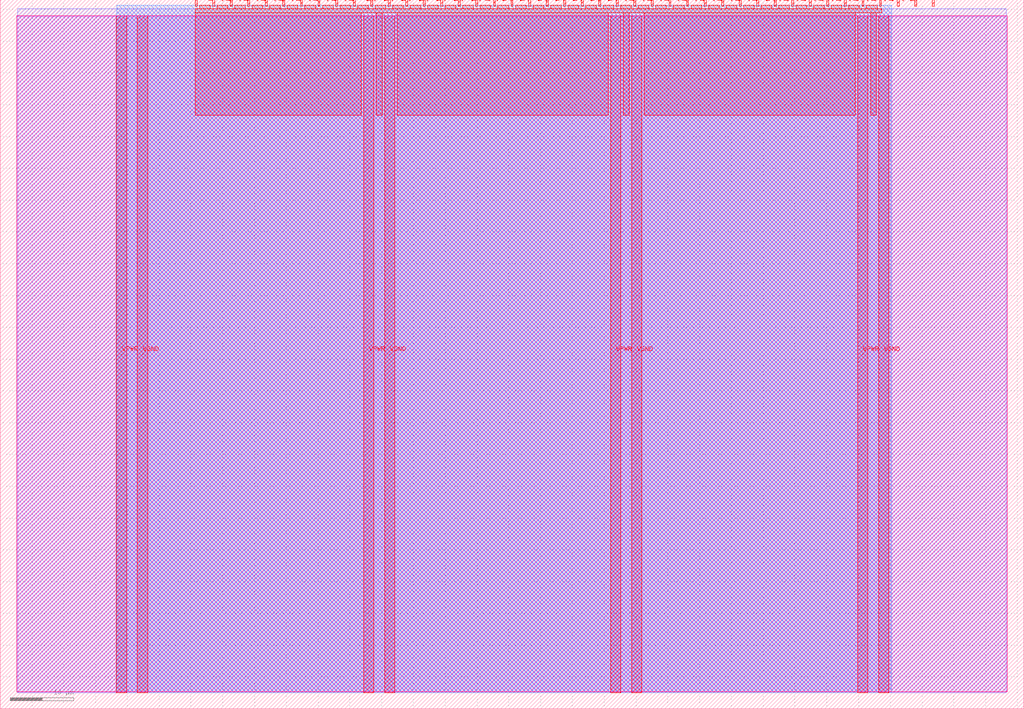
<source format=lef>
VERSION 5.7 ;
  NOWIREEXTENSIONATPIN ON ;
  DIVIDERCHAR "/" ;
  BUSBITCHARS "[]" ;
MACRO tt_um_Rapoport
  CLASS BLOCK ;
  FOREIGN tt_um_Rapoport ;
  ORIGIN 0.000 0.000 ;
  SIZE 161.000 BY 111.520 ;
  PIN VGND
    DIRECTION INOUT ;
    USE GROUND ;
    PORT
      LAYER met4 ;
        RECT 21.580 2.480 23.180 109.040 ;
    END
    PORT
      LAYER met4 ;
        RECT 60.450 2.480 62.050 109.040 ;
    END
    PORT
      LAYER met4 ;
        RECT 99.320 2.480 100.920 109.040 ;
    END
    PORT
      LAYER met4 ;
        RECT 138.190 2.480 139.790 109.040 ;
    END
  END VGND
  PIN VPWR
    DIRECTION INOUT ;
    USE POWER ;
    PORT
      LAYER met4 ;
        RECT 18.280 2.480 19.880 109.040 ;
    END
    PORT
      LAYER met4 ;
        RECT 57.150 2.480 58.750 109.040 ;
    END
    PORT
      LAYER met4 ;
        RECT 96.020 2.480 97.620 109.040 ;
    END
    PORT
      LAYER met4 ;
        RECT 134.890 2.480 136.490 109.040 ;
    END
  END VPWR
  PIN clk
    DIRECTION INPUT ;
    USE SIGNAL ;
    PORT
      LAYER met4 ;
        RECT 143.830 110.520 144.130 111.520 ;
    END
  END clk
  PIN ena
    DIRECTION INPUT ;
    USE SIGNAL ;
    PORT
      LAYER met4 ;
        RECT 146.590 110.520 146.890 111.520 ;
    END
  END ena
  PIN rst_n
    DIRECTION INPUT ;
    USE SIGNAL ;
    PORT
      LAYER met4 ;
        RECT 141.070 110.520 141.370 111.520 ;
    END
  END rst_n
  PIN ui_in[0]
    DIRECTION INPUT ;
    USE SIGNAL ;
    ANTENNAGATEAREA 0.196500 ;
    PORT
      LAYER met4 ;
        RECT 138.310 110.520 138.610 111.520 ;
    END
  END ui_in[0]
  PIN ui_in[1]
    DIRECTION INPUT ;
    USE SIGNAL ;
    ANTENNAGATEAREA 0.213000 ;
    PORT
      LAYER met4 ;
        RECT 135.550 110.520 135.850 111.520 ;
    END
  END ui_in[1]
  PIN ui_in[2]
    DIRECTION INPUT ;
    USE SIGNAL ;
    ANTENNAGATEAREA 0.196500 ;
    PORT
      LAYER met4 ;
        RECT 132.790 110.520 133.090 111.520 ;
    END
  END ui_in[2]
  PIN ui_in[3]
    DIRECTION INPUT ;
    USE SIGNAL ;
    ANTENNAGATEAREA 0.196500 ;
    PORT
      LAYER met4 ;
        RECT 130.030 110.520 130.330 111.520 ;
    END
  END ui_in[3]
  PIN ui_in[4]
    DIRECTION INPUT ;
    USE SIGNAL ;
    ANTENNAGATEAREA 0.196500 ;
    PORT
      LAYER met4 ;
        RECT 127.270 110.520 127.570 111.520 ;
    END
  END ui_in[4]
  PIN ui_in[5]
    DIRECTION INPUT ;
    USE SIGNAL ;
    ANTENNAGATEAREA 0.196500 ;
    PORT
      LAYER met4 ;
        RECT 124.510 110.520 124.810 111.520 ;
    END
  END ui_in[5]
  PIN ui_in[6]
    DIRECTION INPUT ;
    USE SIGNAL ;
    ANTENNAGATEAREA 0.196500 ;
    PORT
      LAYER met4 ;
        RECT 121.750 110.520 122.050 111.520 ;
    END
  END ui_in[6]
  PIN ui_in[7]
    DIRECTION INPUT ;
    USE SIGNAL ;
    ANTENNAGATEAREA 0.196500 ;
    PORT
      LAYER met4 ;
        RECT 118.990 110.520 119.290 111.520 ;
    END
  END ui_in[7]
  PIN uio_in[0]
    DIRECTION INPUT ;
    USE SIGNAL ;
    ANTENNAGATEAREA 0.196500 ;
    PORT
      LAYER met4 ;
        RECT 116.230 110.520 116.530 111.520 ;
    END
  END uio_in[0]
  PIN uio_in[1]
    DIRECTION INPUT ;
    USE SIGNAL ;
    ANTENNAGATEAREA 0.213000 ;
    PORT
      LAYER met4 ;
        RECT 113.470 110.520 113.770 111.520 ;
    END
  END uio_in[1]
  PIN uio_in[2]
    DIRECTION INPUT ;
    USE SIGNAL ;
    ANTENNAGATEAREA 0.196500 ;
    PORT
      LAYER met4 ;
        RECT 110.710 110.520 111.010 111.520 ;
    END
  END uio_in[2]
  PIN uio_in[3]
    DIRECTION INPUT ;
    USE SIGNAL ;
    ANTENNAGATEAREA 0.196500 ;
    PORT
      LAYER met4 ;
        RECT 107.950 110.520 108.250 111.520 ;
    END
  END uio_in[3]
  PIN uio_in[4]
    DIRECTION INPUT ;
    USE SIGNAL ;
    ANTENNAGATEAREA 0.196500 ;
    PORT
      LAYER met4 ;
        RECT 105.190 110.520 105.490 111.520 ;
    END
  END uio_in[4]
  PIN uio_in[5]
    DIRECTION INPUT ;
    USE SIGNAL ;
    ANTENNAGATEAREA 0.196500 ;
    PORT
      LAYER met4 ;
        RECT 102.430 110.520 102.730 111.520 ;
    END
  END uio_in[5]
  PIN uio_in[6]
    DIRECTION INPUT ;
    USE SIGNAL ;
    ANTENNAGATEAREA 0.196500 ;
    PORT
      LAYER met4 ;
        RECT 99.670 110.520 99.970 111.520 ;
    END
  END uio_in[6]
  PIN uio_in[7]
    DIRECTION INPUT ;
    USE SIGNAL ;
    ANTENNAGATEAREA 0.196500 ;
    PORT
      LAYER met4 ;
        RECT 96.910 110.520 97.210 111.520 ;
    END
  END uio_in[7]
  PIN uio_oe[0]
    DIRECTION OUTPUT ;
    USE SIGNAL ;
    PORT
      LAYER met4 ;
        RECT 49.990 110.520 50.290 111.520 ;
    END
  END uio_oe[0]
  PIN uio_oe[1]
    DIRECTION OUTPUT ;
    USE SIGNAL ;
    PORT
      LAYER met4 ;
        RECT 47.230 110.520 47.530 111.520 ;
    END
  END uio_oe[1]
  PIN uio_oe[2]
    DIRECTION OUTPUT ;
    USE SIGNAL ;
    PORT
      LAYER met4 ;
        RECT 44.470 110.520 44.770 111.520 ;
    END
  END uio_oe[2]
  PIN uio_oe[3]
    DIRECTION OUTPUT ;
    USE SIGNAL ;
    PORT
      LAYER met4 ;
        RECT 41.710 110.520 42.010 111.520 ;
    END
  END uio_oe[3]
  PIN uio_oe[4]
    DIRECTION OUTPUT ;
    USE SIGNAL ;
    PORT
      LAYER met4 ;
        RECT 38.950 110.520 39.250 111.520 ;
    END
  END uio_oe[4]
  PIN uio_oe[5]
    DIRECTION OUTPUT ;
    USE SIGNAL ;
    PORT
      LAYER met4 ;
        RECT 36.190 110.520 36.490 111.520 ;
    END
  END uio_oe[5]
  PIN uio_oe[6]
    DIRECTION OUTPUT ;
    USE SIGNAL ;
    PORT
      LAYER met4 ;
        RECT 33.430 110.520 33.730 111.520 ;
    END
  END uio_oe[6]
  PIN uio_oe[7]
    DIRECTION OUTPUT ;
    USE SIGNAL ;
    PORT
      LAYER met4 ;
        RECT 30.670 110.520 30.970 111.520 ;
    END
  END uio_oe[7]
  PIN uio_out[0]
    DIRECTION OUTPUT ;
    USE SIGNAL ;
    PORT
      LAYER met4 ;
        RECT 72.070 110.520 72.370 111.520 ;
    END
  END uio_out[0]
  PIN uio_out[1]
    DIRECTION OUTPUT ;
    USE SIGNAL ;
    PORT
      LAYER met4 ;
        RECT 69.310 110.520 69.610 111.520 ;
    END
  END uio_out[1]
  PIN uio_out[2]
    DIRECTION OUTPUT ;
    USE SIGNAL ;
    PORT
      LAYER met4 ;
        RECT 66.550 110.520 66.850 111.520 ;
    END
  END uio_out[2]
  PIN uio_out[3]
    DIRECTION OUTPUT ;
    USE SIGNAL ;
    PORT
      LAYER met4 ;
        RECT 63.790 110.520 64.090 111.520 ;
    END
  END uio_out[3]
  PIN uio_out[4]
    DIRECTION OUTPUT ;
    USE SIGNAL ;
    PORT
      LAYER met4 ;
        RECT 61.030 110.520 61.330 111.520 ;
    END
  END uio_out[4]
  PIN uio_out[5]
    DIRECTION OUTPUT ;
    USE SIGNAL ;
    PORT
      LAYER met4 ;
        RECT 58.270 110.520 58.570 111.520 ;
    END
  END uio_out[5]
  PIN uio_out[6]
    DIRECTION OUTPUT ;
    USE SIGNAL ;
    PORT
      LAYER met4 ;
        RECT 55.510 110.520 55.810 111.520 ;
    END
  END uio_out[6]
  PIN uio_out[7]
    DIRECTION OUTPUT ;
    USE SIGNAL ;
    PORT
      LAYER met4 ;
        RECT 52.750 110.520 53.050 111.520 ;
    END
  END uio_out[7]
  PIN uo_out[0]
    DIRECTION OUTPUT ;
    USE SIGNAL ;
    ANTENNADIFFAREA 0.924000 ;
    PORT
      LAYER met4 ;
        RECT 94.150 110.520 94.450 111.520 ;
    END
  END uo_out[0]
  PIN uo_out[1]
    DIRECTION OUTPUT ;
    USE SIGNAL ;
    ANTENNADIFFAREA 1.721000 ;
    PORT
      LAYER met4 ;
        RECT 91.390 110.520 91.690 111.520 ;
    END
  END uo_out[1]
  PIN uo_out[2]
    DIRECTION OUTPUT ;
    USE SIGNAL ;
    ANTENNADIFFAREA 1.524450 ;
    PORT
      LAYER met4 ;
        RECT 88.630 110.520 88.930 111.520 ;
    END
  END uo_out[2]
  PIN uo_out[3]
    DIRECTION OUTPUT ;
    USE SIGNAL ;
    ANTENNADIFFAREA 1.524450 ;
    PORT
      LAYER met4 ;
        RECT 85.870 110.520 86.170 111.520 ;
    END
  END uo_out[3]
  PIN uo_out[4]
    DIRECTION OUTPUT ;
    USE SIGNAL ;
    ANTENNADIFFAREA 1.721000 ;
    PORT
      LAYER met4 ;
        RECT 83.110 110.520 83.410 111.520 ;
    END
  END uo_out[4]
  PIN uo_out[5]
    DIRECTION OUTPUT ;
    USE SIGNAL ;
    ANTENNADIFFAREA 1.721000 ;
    PORT
      LAYER met4 ;
        RECT 80.350 110.520 80.650 111.520 ;
    END
  END uo_out[5]
  PIN uo_out[6]
    DIRECTION OUTPUT ;
    USE SIGNAL ;
    ANTENNADIFFAREA 1.721000 ;
    PORT
      LAYER met4 ;
        RECT 77.590 110.520 77.890 111.520 ;
    END
  END uo_out[6]
  PIN uo_out[7]
    DIRECTION OUTPUT ;
    USE SIGNAL ;
    ANTENNADIFFAREA 1.721000 ;
    PORT
      LAYER met4 ;
        RECT 74.830 110.520 75.130 111.520 ;
    END
  END uo_out[7]
  OBS
      LAYER nwell ;
        RECT 2.570 2.635 158.430 108.990 ;
      LAYER li1 ;
        RECT 2.760 2.635 158.240 108.885 ;
      LAYER met1 ;
        RECT 2.760 2.480 158.240 110.120 ;
      LAYER met2 ;
        RECT 18.310 2.535 140.210 110.685 ;
      LAYER met3 ;
        RECT 18.290 2.555 140.235 110.665 ;
      LAYER met4 ;
        RECT 31.370 110.120 33.030 110.665 ;
        RECT 34.130 110.120 35.790 110.665 ;
        RECT 36.890 110.120 38.550 110.665 ;
        RECT 39.650 110.120 41.310 110.665 ;
        RECT 42.410 110.120 44.070 110.665 ;
        RECT 45.170 110.120 46.830 110.665 ;
        RECT 47.930 110.120 49.590 110.665 ;
        RECT 50.690 110.120 52.350 110.665 ;
        RECT 53.450 110.120 55.110 110.665 ;
        RECT 56.210 110.120 57.870 110.665 ;
        RECT 58.970 110.120 60.630 110.665 ;
        RECT 61.730 110.120 63.390 110.665 ;
        RECT 64.490 110.120 66.150 110.665 ;
        RECT 67.250 110.120 68.910 110.665 ;
        RECT 70.010 110.120 71.670 110.665 ;
        RECT 72.770 110.120 74.430 110.665 ;
        RECT 75.530 110.120 77.190 110.665 ;
        RECT 78.290 110.120 79.950 110.665 ;
        RECT 81.050 110.120 82.710 110.665 ;
        RECT 83.810 110.120 85.470 110.665 ;
        RECT 86.570 110.120 88.230 110.665 ;
        RECT 89.330 110.120 90.990 110.665 ;
        RECT 92.090 110.120 93.750 110.665 ;
        RECT 94.850 110.120 96.510 110.665 ;
        RECT 97.610 110.120 99.270 110.665 ;
        RECT 100.370 110.120 102.030 110.665 ;
        RECT 103.130 110.120 104.790 110.665 ;
        RECT 105.890 110.120 107.550 110.665 ;
        RECT 108.650 110.120 110.310 110.665 ;
        RECT 111.410 110.120 113.070 110.665 ;
        RECT 114.170 110.120 115.830 110.665 ;
        RECT 116.930 110.120 118.590 110.665 ;
        RECT 119.690 110.120 121.350 110.665 ;
        RECT 122.450 110.120 124.110 110.665 ;
        RECT 125.210 110.120 126.870 110.665 ;
        RECT 127.970 110.120 129.630 110.665 ;
        RECT 130.730 110.120 132.390 110.665 ;
        RECT 133.490 110.120 135.150 110.665 ;
        RECT 136.250 110.120 137.910 110.665 ;
        RECT 30.655 109.440 138.625 110.120 ;
        RECT 30.655 93.335 56.750 109.440 ;
        RECT 59.150 93.335 60.050 109.440 ;
        RECT 62.450 93.335 95.620 109.440 ;
        RECT 98.020 93.335 98.920 109.440 ;
        RECT 101.320 93.335 134.490 109.440 ;
        RECT 136.890 93.335 137.790 109.440 ;
  END
END tt_um_Rapoport
END LIBRARY


</source>
